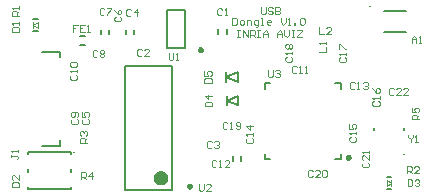
<source format=gto>
%FSTAX23Y23*%
%MOMM*%
%SFA1B1*%

%IPPOS*%
%ADD27C,0.200000*%
%ADD34C,0.250000*%
%ADD35C,0.599999*%
%ADD36C,0.125000*%
%LNusb_dongle_pcb-1*%
%LPD*%
G54D27*
X5885Y28725D02*
D01*
Y28726*
Y28726*
X5885Y28726*
X5885Y28726*
Y28726*
X5885Y28726*
X5885Y28726*
X5885Y28726*
X5885Y28726*
X5885Y28726*
X5885Y28726*
X5885Y28726*
X5885Y28726*
X5885Y28726*
X5885Y28726*
X5885Y28726*
X5885Y28726*
X5885Y28726*
X5885Y28726*
X5885*
X5885Y28726*
X5885*
X58849*
X58849*
X58849Y28726*
X58849*
X58849Y28726*
X58849Y28726*
X58849Y28726*
X58849Y28726*
X58849Y28726*
X58849Y28726*
X58849Y28726*
X58849Y28726*
X58849Y28726*
X58849Y28726*
X58849Y28726*
X58849Y28726*
X58849Y28726*
X58849Y28726*
X58849Y28726*
X58849Y28726*
Y28726*
X58848Y28726*
Y28725*
Y28725*
X58849Y28725*
Y28725*
X58849Y28725*
X58849Y28725*
X58849Y28725*
X58849Y28725*
X58849Y28725*
X58849Y28725*
X58849Y28725*
X58849Y28725*
X58849Y28725*
X58849Y28725*
X58849Y28725*
X58849Y28725*
X58849Y28725*
X58849Y28725*
X58849Y28725*
X58849Y28725*
X58849*
X58849Y28724*
X58849*
X5885*
X5885*
X5885Y28725*
X5885*
X5885Y28725*
X5885Y28725*
X5885Y28725*
X5885Y28725*
X5885Y28725*
X5885Y28725*
X5885Y28725*
X5885Y28725*
X5885Y28725*
X5885Y28725*
X5885Y28725*
X5885Y28725*
X5885Y28725*
X5885Y28725*
Y28725*
X5885Y28725*
X5885Y28725*
Y28725*
Y28725*
X5595Y41249D02*
D01*
Y4125*
X5595Y4125*
Y4125*
X5595Y4125*
X5595Y4125*
X5595Y4125*
X5595Y4125*
X5595Y4125*
X5595Y4125*
X5595Y4125*
X5595Y4125*
X5595Y4125*
X5595Y4125*
X5595Y4125*
X5595Y4125*
X5595Y4125*
X5595Y4125*
X5595Y4125*
X5595*
X5595Y4125*
X5595*
X5595Y4125*
X55949*
X55949Y4125*
X55949*
X55949Y4125*
X55949*
X55949Y4125*
X55949Y4125*
X55949Y4125*
X55949Y4125*
X55949Y4125*
X55949Y4125*
X55949Y4125*
X55949Y4125*
X55949Y4125*
X55949Y4125*
X55949Y4125*
X55949Y4125*
X55949Y4125*
Y4125*
X55949Y4125*
X55948Y4125*
Y4125*
Y41249*
Y41249*
Y41249*
X55949Y41249*
X55949Y41249*
Y41249*
X55949Y41249*
X55949Y41249*
X55949Y41249*
X55949Y41249*
X55949Y41249*
X55949Y41249*
X55949Y41249*
X55949Y41249*
X55949Y41249*
X55949Y41249*
X55949Y41249*
X55949Y41249*
X55949Y41249*
X55949Y41249*
X55949Y41248*
X55949*
X55949*
X5595*
X5595*
X5595*
X5595Y41249*
X5595Y41249*
X5595Y41249*
X5595Y41249*
X5595Y41249*
X5595Y41249*
X5595Y41249*
X5595Y41249*
X5595Y41249*
X5595Y41249*
X5595Y41249*
X5595Y41249*
X5595Y41249*
X5595Y41249*
X5595Y41249*
X5595Y41249*
X5595Y41249*
Y41249*
X5595Y41249*
Y41249*
X309Y28924D02*
D01*
Y28925*
Y28925*
X309Y28925*
Y28925*
X309Y28925*
X309Y28925*
X309Y28925*
X309Y28925*
X309Y28925*
X309Y28925*
X309Y28925*
X309Y28925*
X309Y28925*
X309Y28925*
X309Y28925*
X309Y28925*
X309Y28925*
X309*
X309Y28925*
X309Y28925*
X309*
X309*
X30899*
X30899*
X30899*
X30899Y28925*
X30899Y28925*
X30899*
X30899Y28925*
X30899Y28925*
X30899Y28925*
X30899Y28925*
X30899Y28925*
X30899Y28925*
X30899Y28925*
X30899Y28925*
X30899Y28925*
X30899Y28925*
X30899Y28925*
X30899Y28925*
X30899Y28925*
X30898Y28925*
Y28925*
Y28925*
Y28924*
Y28924*
Y28924*
Y28924*
X30899Y28924*
X30899Y28924*
X30899Y28924*
X30899Y28924*
X30899Y28924*
X30899Y28924*
X30899Y28924*
X30899Y28924*
X30899Y28924*
X30899Y28924*
X30899Y28924*
X30899Y28924*
X30899Y28924*
X30899Y28924*
X30899Y28924*
X30899Y28924*
X30899Y28923*
X30899*
X30899*
X309*
X309*
X309*
X309Y28924*
X309Y28924*
X309Y28924*
X309Y28924*
X309Y28924*
X309Y28924*
X309Y28924*
X309Y28924*
X309Y28924*
X309Y28924*
X309Y28924*
X309Y28924*
X309Y28924*
X309Y28924*
X309Y28924*
X309Y28924*
Y28924*
X309Y28924*
Y28924*
Y28924*
X29699Y36899D02*
Y37399D01*
X28199D02*
X29699D01*
Y29399D02*
Y29899D01*
X28199Y29399D02*
X29699D01*
X31399Y38674D02*
X31799D01*
X31399Y37974D02*
X31799D01*
X33849Y38849D02*
Y39249D01*
X33149Y38849D02*
Y39249D01*
X35974Y38849D02*
Y39249D01*
X35274Y38849D02*
Y39249D01*
X38724Y40899D02*
X40274D01*
X38724Y37699D02*
X40274D01*
X38724D02*
Y40899D01*
X40274Y37699D02*
Y40899D01*
X35199Y36199D02*
X39199D01*
X35199Y25699D02*
X39199D01*
X35199D02*
Y36199D01*
X39199Y25699D02*
Y36199D01*
X43774Y34824D02*
Y35624D01*
X44774Y34824D02*
Y35624D01*
X43774Y35224D02*
X44774Y34824D01*
X43774Y35224D02*
X44774Y35624D01*
X43799Y32849D02*
Y33649D01*
X44799Y32849D02*
Y33649D01*
X43799Y33249D02*
X44799Y32849D01*
X43799Y33249D02*
X44799Y33649D01*
X58849Y30724D02*
Y30924D01*
X56249Y30724D02*
Y30924D01*
X57149Y40849D02*
X58949D01*
X57149Y39049D02*
X58949D01*
X26999Y28724D02*
Y28924D01*
X30599*
Y28724D02*
Y28924D01*
Y25724D02*
Y25924D01*
X26999Y25724D02*
X30599D01*
X26999D02*
Y25924D01*
X30599Y27224D02*
Y27424D01*
X26999Y27224D02*
Y27424D01*
X45024Y28124D02*
Y28524D01*
X44324Y28124D02*
Y28524D01*
X43099Y38874D02*
Y39274D01*
X43799Y38874D02*
Y39274D01*
X27449Y39124D02*
X27849D01*
X27449Y40124D02*
X27849D01*
X57349Y26774D02*
X57749D01*
X57349Y25774D02*
X57749D01*
X53449Y28299D02*
Y28749D01*
X52999Y28299D02*
X53449D01*
X47049D02*
X47499D01*
X47049D02*
Y28749D01*
Y34249D02*
Y34699D01*
X47499*
X53449Y34249D02*
Y34699D01*
X52999D02*
X53449D01*
G54D34*
X41699Y37549D02*
D01*
X41699Y37558*
X41698Y37567*
X41697Y37575*
X41695Y37584*
X41692Y37592*
X41689Y376*
X41685Y37608*
X4168Y37616*
X41676Y37623*
X4167Y3763*
X41664Y37636*
X41658Y37642*
X41651Y37648*
X41644Y37653*
X41637Y37658*
X41629Y37662*
X41621Y37665*
X41613Y37668*
X41605Y37671*
X41596Y37673*
X41588Y37674*
X41579Y37674*
X4157*
X41561Y37674*
X41553Y37673*
X41544Y37671*
X41536Y37668*
X41528Y37665*
X4152Y37662*
X41512Y37658*
X41505Y37653*
X41498Y37648*
X41491Y37642*
X41485Y37636*
X41479Y3763*
X41473Y37623*
X41468Y37616*
X41464Y37608*
X4146Y376*
X41457Y37592*
X41454Y37584*
X41452Y37575*
X41451Y37567*
X4145Y37558*
X41449Y37549*
X4145Y37541*
X41451Y37532*
X41452Y37524*
X41454Y37515*
X41457Y37507*
X4146Y37499*
X41464Y37491*
X41468Y37483*
X41473Y37476*
X41479Y37469*
X41485Y37463*
X41491Y37457*
X41498Y37451*
X41505Y37446*
X41512Y37441*
X4152Y37437*
X41528Y37434*
X41536Y37431*
X41544Y37428*
X41553Y37426*
X41561Y37425*
X4157Y37425*
X41579*
X41588Y37425*
X41596Y37426*
X41605Y37428*
X41613Y37431*
X41621Y37434*
X41629Y37437*
X41637Y37441*
X41644Y37446*
X41651Y37451*
X41658Y37457*
X41664Y37463*
X4167Y37469*
X41676Y37476*
X4168Y37483*
X41685Y37491*
X41689Y37499*
X41692Y37507*
X41695Y37515*
X41697Y37524*
X41698Y37532*
X41699Y37541*
X41699Y37549*
X40774Y25999D02*
D01*
X40774Y26008*
X40773Y26017*
X40772Y26025*
X4077Y26034*
X40767Y26042*
X40764Y2605*
X4076Y26058*
X40756Y26066*
X40751Y26073*
X40745Y2608*
X40739Y26086*
X40733Y26092*
X40726Y26098*
X40719Y26103*
X40712Y26108*
X40704Y26112*
X40696Y26115*
X40688Y26118*
X4068Y26121*
X40671Y26123*
X40663Y26124*
X40654Y26124*
X40645*
X40636Y26124*
X40628Y26123*
X40619Y26121*
X40611Y26118*
X40603Y26115*
X40595Y26112*
X40587Y26108*
X4058Y26103*
X40573Y26098*
X40566Y26092*
X4056Y26086*
X40554Y2608*
X40548Y26073*
X40543Y26066*
X40539Y26058*
X40535Y2605*
X40532Y26042*
X40529Y26034*
X40527Y26025*
X40526Y26017*
X40525Y26008*
X40524Y25999*
X40525Y25991*
X40526Y25982*
X40527Y25973*
X40529Y25965*
X40532Y25957*
X40535Y25949*
X40539Y25941*
X40543Y25933*
X40548Y25926*
X40554Y25919*
X4056Y25913*
X40566Y25907*
X40573Y25901*
X4058Y25896*
X40587Y25891*
X40595Y25887*
X40603Y25884*
X40611Y25881*
X40619Y25878*
X40628Y25876*
X40636Y25875*
X40645Y25875*
X40654*
X40663Y25875*
X40671Y25876*
X4068Y25878*
X40688Y25881*
X40696Y25884*
X40704Y25887*
X40712Y25891*
X40719Y25896*
X40726Y25901*
X40733Y25907*
X40739Y25913*
X40745Y25919*
X40751Y25926*
X40756Y25933*
X4076Y25941*
X40764Y25949*
X40767Y25957*
X4077Y25965*
X40772Y25973*
X40773Y25982*
X40774Y25991*
X40774Y25999*
X54224Y28449D02*
D01*
X54224Y28458*
X54223Y28467*
X54222Y28475*
X5422Y28484*
X54217Y28492*
X54214Y285*
X5421Y28508*
X54205Y28516*
X54201Y28523*
X54195Y2853*
X54189Y28536*
X54183Y28542*
X54176Y28548*
X54169Y28553*
X54162Y28558*
X54154Y28562*
X54146Y28565*
X54138Y28568*
X5413Y28571*
X54121Y28573*
X54113Y28574*
X54104Y28574*
X54095*
X54086Y28574*
X54078Y28573*
X54069Y28571*
X54061Y28568*
X54053Y28565*
X54045Y28562*
X54037Y28558*
X5403Y28553*
X54023Y28548*
X54016Y28542*
X5401Y28536*
X54004Y2853*
X53998Y28523*
X53993Y28516*
X53989Y28508*
X53985Y285*
X53982Y28492*
X53979Y28484*
X53977Y28475*
X53976Y28467*
X53975Y28458*
X53974Y28449*
X53975Y28441*
X53976Y28432*
X53977Y28423*
X53979Y28415*
X53982Y28407*
X53985Y28399*
X53989Y28391*
X53993Y28383*
X53998Y28376*
X54004Y28369*
X5401Y28363*
X54016Y28357*
X54023Y28351*
X5403Y28346*
X54037Y28341*
X54045Y28337*
X54053Y28334*
X54061Y28331*
X54069Y28328*
X54078Y28326*
X54086Y28325*
X54095Y28325*
X54104*
X54113Y28325*
X54121Y28326*
X5413Y28328*
X54138Y28331*
X54146Y28334*
X54154Y28337*
X54162Y28341*
X54169Y28346*
X54176Y28351*
X54183Y28357*
X54189Y28363*
X54195Y28369*
X54201Y28376*
X54205Y28383*
X5421Y28391*
X54214Y28399*
X54217Y28407*
X5422Y28415*
X54222Y28423*
X54223Y28432*
X54224Y28441*
X54224Y28449*
G54D35*
X38499Y26699D02*
D01*
X38499Y2672*
X38497Y26741*
X38493Y26762*
X38488Y26782*
X38481Y26802*
X38474Y26822*
X38464Y2684*
X38454Y26858*
X38442Y26876*
X38429Y26892*
X38415Y26908*
X384Y26922*
X38384Y26936*
X38367Y26948*
X38349Y26959*
X38331Y26969*
X38312Y26978*
X38292Y26985*
X38272Y26991*
X38252Y26995*
X38231Y26998*
X3821Y26999*
X38189*
X38168Y26998*
X38147Y26995*
X38127Y26991*
X38107Y26985*
X38087Y26978*
X38068Y26969*
X38049Y26959*
X38032Y26948*
X38015Y26936*
X37999Y26922*
X37984Y26908*
X3797Y26892*
X37957Y26876*
X37945Y26858*
X37935Y2684*
X37925Y26822*
X37918Y26802*
X37911Y26782*
X37906Y26762*
X37902Y26741*
X379Y2672*
X37899Y26699*
X379Y26679*
X37902Y26658*
X37906Y26637*
X37911Y26617*
X37918Y26597*
X37925Y26577*
X37935Y26559*
X37945Y26541*
X37957Y26523*
X3797Y26507*
X37984Y26491*
X37999Y26477*
X38015Y26463*
X38032Y26451*
X38049Y2644*
X38068Y2643*
X38087Y26421*
X38107Y26414*
X38127Y26408*
X38147Y26404*
X38168Y26401*
X38189Y264*
X3821*
X38231Y26401*
X38252Y26404*
X38272Y26408*
X38292Y26414*
X38312Y26421*
X38331Y2643*
X38349Y2644*
X38367Y26451*
X38384Y26463*
X384Y26477*
X38415Y26491*
X38429Y26507*
X38442Y26523*
X38454Y26541*
X38464Y26559*
X38474Y26577*
X38481Y26597*
X38488Y26617*
X38493Y26637*
X38497Y26658*
X38499Y26679*
X38499Y26699*
G54D36*
X27449Y39624D02*
X27849Y39874D01*
Y39374D02*
Y39874D01*
X27449Y39624D02*
X27849Y39374D01*
X27449D02*
Y39874D01*
X57349Y26024D02*
X57749Y26274D01*
X57349Y26024D02*
Y26524D01*
X57749Y26274*
Y26024D02*
Y26524D01*
X59074Y27074D02*
Y27674D01*
X59374*
X59474Y27574*
Y27374*
X59374Y27274*
X59074*
X59274D02*
X59474Y27074D01*
X60074D02*
X59674D01*
X60074Y27474*
Y27574*
X59974Y27674*
X59774*
X59674Y27574*
X59124Y26574D02*
Y25974D01*
X59424*
X59524Y26074*
Y26474*
X59424Y26574*
X59124*
X59724Y26474D02*
X59824Y26574D01*
X60024*
X60124Y26474*
Y26374*
X60024Y26274*
X59924*
X60024*
X60124Y26174*
Y26074*
X60024Y25974*
X59824*
X59724Y26074*
X59474Y38149D02*
Y38549D01*
X59674Y38749*
X59874Y38549*
Y38149*
Y38449*
X59474*
X60074Y38149D02*
X60274D01*
X60174*
Y38749*
X60074Y38649*
X36649Y37524D02*
X36549Y37624D01*
X36349*
X36249Y37524*
Y37124*
X36349Y37024*
X36549*
X36649Y37124*
X37249Y37024D02*
X36849D01*
X37249Y37424*
Y37524*
X37149Y37624*
X36949*
X36849Y37524*
X42549Y29699D02*
X42449Y29799D01*
X42249*
X42149Y29699*
Y29299*
X42249Y29199*
X42449*
X42549Y29299*
X42749Y29699D02*
X42849Y29799D01*
X43049*
X43149Y29699*
Y29599*
X43049Y29499*
X42949*
X43049*
X43149Y29399*
Y29299*
X43049Y29199*
X42849*
X42749Y29299*
X43424Y40949D02*
X43324Y41049D01*
X43124*
X43024Y40949*
Y40549*
X43124Y40449*
X43324*
X43424Y40549*
X43624Y40449D02*
X43824D01*
X43724*
Y41049*
X43624Y40949*
X35724Y40924D02*
X35624Y41024D01*
X35424*
X35324Y40924*
Y40524*
X35424Y40424*
X35624*
X35724Y40524*
X36224Y40424D02*
Y41024D01*
X35924Y40724*
X36324*
X3165Y31674D02*
X3155Y31574D01*
Y31374*
X3165Y31274*
X32049*
X32149Y31374*
Y31574*
X32049Y31674*
X3155Y32274D02*
Y31874D01*
X3185*
X3175Y32074*
Y32174*
X3185Y32274*
X32049*
X32149Y32174*
Y31974*
X32049Y31874*
X344Y40349D02*
X343Y40249D01*
Y40049*
X344Y39949*
X34799*
X34899Y40049*
Y40249*
X34799Y40349*
X343Y40949D02*
X344Y40749D01*
X346Y40549*
X34799*
X34899Y40649*
Y40849*
X34799Y40949*
X347*
X346Y40849*
Y40549*
X33449Y40999D02*
X33349Y41099D01*
X33149*
X33049Y40999*
Y40599*
X33149Y40499*
X33349*
X33449Y40599*
X33649Y41099D02*
X34049D01*
Y40999*
X33649Y40599*
Y40499*
X32849Y37424D02*
X32749Y37524D01*
X32549*
X32449Y37424*
Y37024*
X32549Y36924*
X32749*
X32849Y37024*
X33049Y37424D02*
X33149Y37524D01*
X33349*
X33449Y37424*
Y37324*
X33349Y37224*
X33449Y37124*
Y37024*
X33349Y36924*
X33149*
X33049Y37024*
Y37124*
X33149Y37224*
X33049Y37324*
Y37424*
X33149Y37224D02*
X33349D01*
X30725Y31674D02*
X30625Y31574D01*
Y31374*
X30725Y31274*
X31124*
X31224Y31374*
Y31574*
X31124Y31674*
Y31874D02*
X31224Y31974D01*
Y32174*
X31124Y32274*
X30725*
X30625Y32174*
Y31974*
X30725Y31874*
X30825*
X30925Y31974*
Y32274*
X3065Y35424D02*
X3055Y35324D01*
Y35124*
X3065Y35024*
X31049*
X31149Y35124*
Y35324*
X31049Y35424*
X31149Y35624D02*
Y35824D01*
Y35724*
X3055*
X3065Y35624*
Y36124D02*
X3055Y36224D01*
Y36424*
X3065Y36524*
X31049*
X31149Y36424*
Y36224*
X31049Y36124*
X3065*
X55375Y27999D02*
X55275Y27899D01*
Y27699*
X55375Y27599*
X55774*
X55874Y27699*
Y27899*
X55774Y27999*
X55874Y28599D02*
Y28199D01*
X55475Y28599*
X55375*
X55275Y28499*
Y28299*
X55375Y28199*
X55874Y28799D02*
Y28999D01*
Y28899*
X55275*
X55375Y28799*
X57974Y34224D02*
X57874Y34324D01*
X57674*
X57574Y34224*
Y33824*
X57674Y33724*
X57874*
X57974Y33824*
X58574Y33724D02*
X58174D01*
X58574Y34124*
Y34224*
X58474Y34324*
X58274*
X58174Y34224*
X59174Y33724D02*
X58774D01*
X59174Y34124*
Y34224*
X59074Y34324*
X58874*
X58774Y34224*
X42924Y28099D02*
X42824Y28199D01*
X42624*
X42524Y28099*
Y27699*
X42624Y27599*
X42824*
X42924Y27699*
X43124Y27599D02*
X43324D01*
X43224*
Y28199*
X43124Y28099*
X44024Y27599D02*
X43624D01*
X44024Y27999*
Y28099*
X43924Y28199*
X43724*
X43624Y28099*
X54649Y34699D02*
X54549Y34799D01*
X54349*
X54249Y34699*
Y34299*
X54349Y34199*
X54549*
X54649Y34299*
X54849Y34199D02*
X55049D01*
X54949*
Y34799*
X54849Y34699*
X55349D02*
X55449Y34799D01*
X55649*
X55749Y34699*
Y34599*
X55649Y34499*
X55549*
X55649*
X55749Y34399*
Y34299*
X55649Y34199*
X55449*
X55349Y34299*
X4555Y30074D02*
X4545Y29974D01*
Y29774*
X4555Y29674*
X45949*
X46049Y29774*
Y29974*
X45949Y30074*
X46049Y30274D02*
Y30474D01*
Y30374*
X4545*
X4555Y30274*
X46049Y31074D02*
X4545D01*
X4575Y30774*
Y31174*
X543Y30174D02*
X542Y30074D01*
Y29874*
X543Y29774*
X54699*
X54799Y29874*
Y30074*
X54699Y30174*
X54799Y30374D02*
Y30574D01*
Y30474*
X542*
X543Y30374*
X542Y31274D02*
Y30874D01*
X545*
X544Y31074*
Y31174*
X545Y31274*
X54699*
X54799Y31174*
Y30974*
X54699Y30874*
X5625Y33199D02*
X5615Y33099D01*
Y32899*
X5625Y32799*
X56649*
X56749Y32899*
Y33099*
X56649Y33199*
X56749Y33399D02*
Y33599D01*
Y33499*
X5615*
X5625Y33399*
X5615Y34299D02*
X5625Y34099D01*
X5645Y33899*
X56649*
X56749Y33999*
Y34199*
X56649Y34299*
X5655*
X5645Y34199*
Y33899*
X53425Y36899D02*
X53325Y36799D01*
Y36599*
X53425Y36499*
X53824*
X53924Y36599*
Y36799*
X53824Y36899*
X53924Y37099D02*
Y37299D01*
Y37199*
X53325*
X53425Y37099*
X53325Y37599D02*
Y37999D01*
X53425*
X53824Y37599*
X53924*
X48875Y36949D02*
X48775Y36849D01*
Y36649*
X48875Y36549*
X49274*
X49374Y36649*
Y36849*
X49274Y36949*
X49374Y37149D02*
Y37349D01*
Y37249*
X48775*
X48875Y37149*
Y37649D02*
X48775Y37749D01*
Y37949*
X48875Y38049*
X48975*
X49075Y37949*
X49175Y38049*
X49274*
X49374Y37949*
Y37749*
X49274Y37649*
X49175*
X49075Y37749*
X48975Y37649*
X48875*
X49075Y37749D02*
Y37949D01*
X256Y25924D02*
X26199D01*
Y26224*
X26099Y26324*
X257*
X256Y26224*
Y25924*
X26199Y26924D02*
Y26524D01*
X258Y26924*
X257*
X256Y26824*
Y26624*
X257Y26524*
X25625Y39074D02*
X26224D01*
Y39374*
X26124Y39474*
X25725*
X25625Y39374*
Y39074*
X26224Y39674D02*
Y39874D01*
Y39774*
X25625*
X25725Y39674*
X4195Y32749D02*
X42549D01*
Y33049*
X42449Y33149*
X4205*
X4195Y33049*
Y32749*
X42549Y33649D02*
X4195D01*
X4225Y33349*
Y33749*
X41925Y34749D02*
X42524D01*
Y35049*
X42424Y35149*
X42025*
X41925Y35049*
Y34749*
Y35749D02*
Y35349D01*
X42225*
X42125Y35549*
Y35649*
X42225Y35749*
X42424*
X42524Y35649*
Y35449*
X42424Y35349*
X31199Y39674D02*
X30799D01*
Y39374*
X30999*
X30799*
Y39074*
X31799Y39674D02*
X31399D01*
Y39074*
X31799*
X31399Y39374D02*
X31599D01*
X31999Y39074D02*
X32199D01*
X32099*
Y39674*
X31999Y39574*
X2555Y28674D02*
Y28474D01*
Y28574*
X26049*
X26149Y28474*
Y28374*
X26049Y28274*
X26149Y28874D02*
Y29074D01*
Y28974*
X2555*
X2565Y28874*
X51649Y39449D02*
Y38849D01*
X52049*
X52649D02*
X52249D01*
X52649Y39249*
Y39349*
X52549Y39449*
X52349*
X52249Y39349*
X26249Y40424D02*
X2565D01*
Y40724*
X2575Y40824*
X2595*
X2605Y40724*
Y40424*
Y40624D02*
X26249Y40824D01*
Y41024D02*
Y41224D01*
Y41124*
X2565*
X2575Y41024*
X31999Y29674D02*
X314D01*
Y29974*
X315Y30074*
X317*
X318Y29974*
Y29674*
Y29874D02*
X31999Y30074D01*
X315Y30274D02*
X314Y30374D01*
Y30574*
X315Y30674*
X316*
X317Y30574*
Y30474*
Y30574*
X318Y30674*
X31899*
X31999Y30574*
Y30374*
X31899Y30274*
X31474Y26574D02*
Y27174D01*
X31774*
X31874Y27074*
Y26874*
X31774Y26774*
X31474*
X31674D02*
X31874Y26574D01*
X32374D02*
Y27174D01*
X32074Y26874*
X32474*
X60099Y31649D02*
X595D01*
Y31949*
X596Y32049*
X598*
X599Y31949*
Y31649*
Y31849D02*
X60099Y32049D01*
X595Y32649D02*
Y32249D01*
X598*
X597Y32449*
Y32549*
X598Y32649*
X59999*
X60099Y32549*
Y32349*
X59999Y32249*
X38899Y37299D02*
Y36799D01*
X38999Y36699*
X39199*
X39299Y36799*
Y37299*
X39499Y36699D02*
X39699D01*
X39599*
Y37299*
X39499Y37199*
X41449Y26224D02*
Y25724D01*
X41549Y25624*
X41749*
X41849Y25724*
Y26224*
X42449Y25624D02*
X42049D01*
X42449Y26024*
Y26124*
X42349Y26224*
X42149*
X42049Y26124*
X59174Y30299D02*
Y30199D01*
X59374Y29999*
X59574Y30199*
Y30299*
X59374Y29999D02*
Y29699D01*
X59774D02*
X59974D01*
X59874*
Y30299*
X59774Y30199*
X49749Y36049D02*
X49649Y36149D01*
X49449*
X49349Y36049*
Y35649*
X49449Y35549*
X49649*
X49749Y35649*
X49949Y35549D02*
X50149D01*
X50049*
Y36149*
X49949Y36049*
X50449Y35549D02*
X50649D01*
X50549*
Y36149*
X50449Y36049*
X5165Y37399D02*
X52249D01*
Y37799*
Y37999D02*
Y38199D01*
Y38099*
X5165*
X5175Y37999*
X51074Y27249D02*
X50974Y27349D01*
X50774*
X50674Y27249*
Y26849*
X50774Y26749*
X50974*
X51074Y26849*
X51674Y26749D02*
X51274D01*
X51674Y27149*
Y27249*
X51574Y27349*
X51374*
X51274Y27249*
X51874D02*
X51974Y27349D01*
X52174*
X52274Y27249*
Y26849*
X52174Y26749*
X51974*
X51874Y26849*
Y27249*
X43874Y31324D02*
X43774Y31424D01*
X43574*
X43474Y31324*
Y30924*
X43574Y30824*
X43774*
X43874Y30924*
X44074Y30824D02*
X44274D01*
X44174*
Y31424*
X44074Y31324*
X44574Y30924D02*
X44674Y30824D01*
X44874*
X44974Y30924*
Y31324*
X44874Y31424*
X44674*
X44574Y31324*
Y31224*
X44674Y31124*
X44974*
X47299Y35849D02*
Y35349D01*
X47399Y35249*
X47599*
X47699Y35349*
Y35849*
X47899Y35749D02*
X47999Y35849D01*
X48199*
X48299Y35749*
Y35649*
X48199Y35549*
X48099*
X48199*
X48299Y35449*
Y35349*
X48199Y35249*
X47999*
X47899Y35349*
X44699Y39199D02*
X44899D01*
X44799*
Y38599*
X44699*
X44899*
X45199D02*
Y39199D01*
X45599Y38599*
Y39199*
X45799Y38599D02*
Y39199D01*
X46099*
X46199Y39099*
Y38899*
X46099Y38799*
X45799*
X45999D02*
X46199Y38599D01*
X46399Y39199D02*
X46599D01*
X46499*
Y38599*
X46399*
X46599*
X46899D02*
Y38999D01*
X47099Y39199*
X47299Y38999*
Y38599*
Y38899*
X46899*
X48098Y38599D02*
Y38999D01*
X48298Y39199*
X48498Y38999*
Y38599*
Y38899*
X48098*
X48698Y39199D02*
Y38799D01*
X48898Y38599*
X49098Y38799*
Y39199*
X49298D02*
X49498D01*
X49398*
Y38599*
X49298*
X49498*
X49798Y39199D02*
X50198D01*
Y39099*
X49798Y38699*
Y38599*
X50198*
X44299Y40274D02*
Y39674D01*
X44599*
X44699Y39774*
Y40174*
X44599Y40274*
X44299*
X44999Y39674D02*
X45199D01*
X45299Y39774*
Y39974*
X45199Y40074*
X44999*
X44899Y39974*
Y39774*
X44999Y39674*
X45499D02*
Y40074D01*
X45799*
X45899Y39974*
Y39674*
X46299Y39475D02*
X46399D01*
X46499Y39574*
Y40074*
X46199*
X46099Y39974*
Y39774*
X46199Y39674*
X46499*
X46699D02*
X46899D01*
X46799*
Y40274*
X46699*
X47498Y39674D02*
X47298D01*
X47199Y39774*
Y39974*
X47298Y40074*
X47498*
X47598Y39974*
Y39874*
X47199*
X48398Y40274D02*
Y39874D01*
X48598Y39674*
X48798Y39874*
Y40274*
X48998Y39674D02*
X49198D01*
X49098*
Y40274*
X48998Y40174*
X49498Y39674D02*
Y39774D01*
X49598*
Y39674*
X49498*
X49998Y40174D02*
X50098Y40274D01*
X50297*
X50397Y40174*
Y39774*
X50297Y39674*
X50098*
X49998Y39774*
Y40174*
X46699Y41149D02*
Y40649D01*
X46799Y40549*
X46999*
X47099Y40649*
Y41149*
X47699Y41049D02*
X47599Y41149D01*
X47399*
X47299Y41049*
Y40949*
X47399Y40849*
X47599*
X47699Y40749*
Y40649*
X47599Y40549*
X47399*
X47299Y40649*
X47899Y41149D02*
Y40549D01*
X48199*
X48299Y40649*
Y40749*
X48199Y40849*
X47899*
X48199*
X48299Y40949*
Y41049*
X48199Y41149*
X47899*
M02*
</source>
